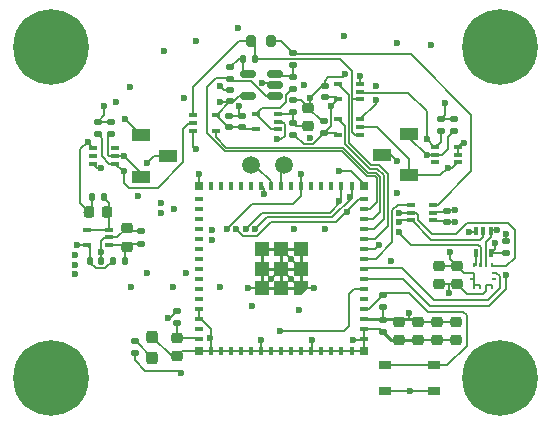
<source format=gtl>
G04 #@! TF.GenerationSoftware,KiCad,Pcbnew,8.0.7*
G04 #@! TF.CreationDate,2025-04-02T23:58:34+11:00*
G04 #@! TF.ProjectId,Ganglion_01,47616e67-6c69-46f6-9e5f-30312e6b6963,01*
G04 #@! TF.SameCoordinates,Original*
G04 #@! TF.FileFunction,Copper,L1,Top*
G04 #@! TF.FilePolarity,Positive*
%FSLAX46Y46*%
G04 Gerber Fmt 4.6, Leading zero omitted, Abs format (unit mm)*
G04 Created by KiCad (PCBNEW 8.0.7) date 2025-04-02 23:58:34*
%MOMM*%
%LPD*%
G01*
G04 APERTURE LIST*
G04 Aperture macros list*
%AMRoundRect*
0 Rectangle with rounded corners*
0 $1 Rounding radius*
0 $2 $3 $4 $5 $6 $7 $8 $9 X,Y pos of 4 corners*
0 Add a 4 corners polygon primitive as box body*
4,1,4,$2,$3,$4,$5,$6,$7,$8,$9,$2,$3,0*
0 Add four circle primitives for the rounded corners*
1,1,$1+$1,$2,$3*
1,1,$1+$1,$4,$5*
1,1,$1+$1,$6,$7*
1,1,$1+$1,$8,$9*
0 Add four rect primitives between the rounded corners*
20,1,$1+$1,$2,$3,$4,$5,0*
20,1,$1+$1,$4,$5,$6,$7,0*
20,1,$1+$1,$6,$7,$8,$9,0*
20,1,$1+$1,$8,$9,$2,$3,0*%
%AMFreePoly0*
4,1,6,0.600000,-0.600000,-0.600000,-0.600000,-0.600000,0.000000,0.000000,0.600000,0.600000,0.600000,0.600000,-0.600000,0.600000,-0.600000,$1*%
G04 Aperture macros list end*
G04 #@! TA.AperFunction,SMDPad,CuDef*
%ADD10RoundRect,0.225000X-0.250000X0.225000X-0.250000X-0.225000X0.250000X-0.225000X0.250000X0.225000X0*%
G04 #@! TD*
G04 #@! TA.AperFunction,SMDPad,CuDef*
%ADD11RoundRect,0.225000X0.250000X-0.225000X0.250000X0.225000X-0.250000X0.225000X-0.250000X-0.225000X0*%
G04 #@! TD*
G04 #@! TA.AperFunction,SMDPad,CuDef*
%ADD12RoundRect,0.140000X0.170000X-0.140000X0.170000X0.140000X-0.170000X0.140000X-0.170000X-0.140000X0*%
G04 #@! TD*
G04 #@! TA.AperFunction,SMDPad,CuDef*
%ADD13RoundRect,0.140000X-0.170000X0.140000X-0.170000X-0.140000X0.170000X-0.140000X0.170000X0.140000X0*%
G04 #@! TD*
G04 #@! TA.AperFunction,SMDPad,CuDef*
%ADD14RoundRect,0.135000X0.185000X-0.135000X0.185000X0.135000X-0.185000X0.135000X-0.185000X-0.135000X0*%
G04 #@! TD*
G04 #@! TA.AperFunction,SMDPad,CuDef*
%ADD15RoundRect,0.135000X-0.185000X0.135000X-0.185000X-0.135000X0.185000X-0.135000X0.185000X0.135000X0*%
G04 #@! TD*
G04 #@! TA.AperFunction,SMDPad,CuDef*
%ADD16RoundRect,0.135000X-0.135000X-0.185000X0.135000X-0.185000X0.135000X0.185000X-0.135000X0.185000X0*%
G04 #@! TD*
G04 #@! TA.AperFunction,SMDPad,CuDef*
%ADD17RoundRect,0.200000X0.200000X0.275000X-0.200000X0.275000X-0.200000X-0.275000X0.200000X-0.275000X0*%
G04 #@! TD*
G04 #@! TA.AperFunction,SMDPad,CuDef*
%ADD18R,1.600000X1.000000*%
G04 #@! TD*
G04 #@! TA.AperFunction,SMDPad,CuDef*
%ADD19R,0.650000X0.400000*%
G04 #@! TD*
G04 #@! TA.AperFunction,SMDPad,CuDef*
%ADD20RoundRect,0.150000X0.512500X0.150000X-0.512500X0.150000X-0.512500X-0.150000X0.512500X-0.150000X0*%
G04 #@! TD*
G04 #@! TA.AperFunction,SMDPad,CuDef*
%ADD21R,0.400000X0.650000*%
G04 #@! TD*
G04 #@! TA.AperFunction,SMDPad,CuDef*
%ADD22R,1.050000X0.650000*%
G04 #@! TD*
G04 #@! TA.AperFunction,SMDPad,CuDef*
%ADD23R,0.250000X0.400000*%
G04 #@! TD*
G04 #@! TA.AperFunction,SMDPad,CuDef*
%ADD24R,0.400000X0.250000*%
G04 #@! TD*
G04 #@! TA.AperFunction,SMDPad,CuDef*
%ADD25RoundRect,0.225000X0.225000X0.250000X-0.225000X0.250000X-0.225000X-0.250000X0.225000X-0.250000X0*%
G04 #@! TD*
G04 #@! TA.AperFunction,SMDPad,CuDef*
%ADD26RoundRect,0.237500X-0.237500X0.287500X-0.237500X-0.287500X0.237500X-0.287500X0.237500X0.287500X0*%
G04 #@! TD*
G04 #@! TA.AperFunction,ComponentPad*
%ADD27C,6.400000*%
G04 #@! TD*
G04 #@! TA.AperFunction,SMDPad,CuDef*
%ADD28C,1.500000*%
G04 #@! TD*
G04 #@! TA.AperFunction,SMDPad,CuDef*
%ADD29RoundRect,0.140000X0.140000X0.170000X-0.140000X0.170000X-0.140000X-0.170000X0.140000X-0.170000X0*%
G04 #@! TD*
G04 #@! TA.AperFunction,SMDPad,CuDef*
%ADD30R,0.800000X0.400000*%
G04 #@! TD*
G04 #@! TA.AperFunction,SMDPad,CuDef*
%ADD31R,0.400000X0.800000*%
G04 #@! TD*
G04 #@! TA.AperFunction,SMDPad,CuDef*
%ADD32FreePoly0,180.000000*%
G04 #@! TD*
G04 #@! TA.AperFunction,SMDPad,CuDef*
%ADD33R,1.200000X1.200000*%
G04 #@! TD*
G04 #@! TA.AperFunction,SMDPad,CuDef*
%ADD34R,0.800000X0.800000*%
G04 #@! TD*
G04 #@! TA.AperFunction,ViaPad*
%ADD35C,0.600000*%
G04 #@! TD*
G04 #@! TA.AperFunction,Conductor*
%ADD36C,0.177800*%
G04 #@! TD*
G04 #@! TA.AperFunction,Conductor*
%ADD37C,0.150000*%
G04 #@! TD*
G04 #@! TA.AperFunction,Conductor*
%ADD38C,0.250000*%
G04 #@! TD*
G04 #@! TA.AperFunction,Conductor*
%ADD39C,0.200000*%
G04 #@! TD*
G04 APERTURE END LIST*
D10*
X137800000Y-56725000D03*
X137800000Y-58275000D03*
X136200000Y-56725000D03*
X136200000Y-58275000D03*
D11*
X134600000Y-58275000D03*
X134600000Y-56725000D03*
X133000000Y-58275000D03*
X133000000Y-56725000D03*
D12*
X131600000Y-57580000D03*
X131600000Y-56620000D03*
D13*
X119700000Y-39320000D03*
X119700000Y-40280000D03*
X118700000Y-37120000D03*
X118700000Y-38080000D03*
X142000000Y-49920000D03*
X142000000Y-50880000D03*
D11*
X125300000Y-40175000D03*
X125300000Y-38625000D03*
X137898600Y-53575000D03*
X137898600Y-52025000D03*
X136400000Y-53575000D03*
X136400000Y-52025000D03*
D14*
X136500000Y-40610000D03*
X136500000Y-39590000D03*
D15*
X137600000Y-39600000D03*
X137600000Y-40620000D03*
D14*
X107500000Y-40810000D03*
X107500000Y-39790000D03*
D15*
X108600000Y-39790000D03*
X108600000Y-40810000D03*
D16*
X119790000Y-34500000D03*
X120810000Y-34500000D03*
D14*
X124000000Y-35010000D03*
X124000000Y-33990000D03*
D17*
X122125000Y-32977500D03*
X120475000Y-32977500D03*
D18*
X133850000Y-44350000D03*
X131550000Y-42600000D03*
X133850000Y-40850000D03*
X111150000Y-40950000D03*
X113450000Y-42700000D03*
X111150000Y-44450000D03*
D19*
X133950000Y-46850000D03*
X133950000Y-47500000D03*
X133950000Y-48150000D03*
X135850000Y-48150000D03*
X135850000Y-47500000D03*
X135850000Y-46850000D03*
D20*
X122437500Y-37650000D03*
X122437500Y-36700000D03*
X122437500Y-35750000D03*
X120162500Y-35750000D03*
X120162500Y-37650000D03*
D21*
X140750000Y-49050000D03*
X140100000Y-49050000D03*
X139450000Y-49050000D03*
X139450000Y-50950000D03*
X140750000Y-50950000D03*
D22*
X135975000Y-62575000D03*
X131825000Y-62575000D03*
X135975000Y-60425000D03*
X131825000Y-60425000D03*
D23*
X140850000Y-51912500D03*
X140350000Y-51912500D03*
X139850000Y-51912500D03*
X139350000Y-51912500D03*
D24*
X139175000Y-52587500D03*
X139175000Y-53087500D03*
D23*
X139350000Y-53762500D03*
X139850000Y-53762500D03*
X140350000Y-53762500D03*
X140850000Y-53762500D03*
D24*
X141025000Y-53087500D03*
X141025000Y-52587500D03*
D19*
X122750000Y-40450000D03*
X122750000Y-39800000D03*
X122750000Y-39150000D03*
X120850000Y-39150000D03*
X120850000Y-40450000D03*
D14*
X118700000Y-36210000D03*
X118700000Y-35190000D03*
D11*
X109902800Y-50375000D03*
X109902800Y-48825000D03*
D19*
X108452800Y-50250000D03*
X108452800Y-49600000D03*
X108452800Y-48950000D03*
X106552800Y-48950000D03*
X106552800Y-50250000D03*
X137950000Y-43250000D03*
X137950000Y-42600000D03*
X137950000Y-41950000D03*
X136050000Y-41950000D03*
X136050000Y-42600000D03*
X136050000Y-43250000D03*
X107050000Y-42050000D03*
X107050000Y-42700000D03*
X107050000Y-43350000D03*
X108950000Y-43350000D03*
X108950000Y-42700000D03*
X108950000Y-42050000D03*
X115550000Y-39250000D03*
X115550000Y-39900000D03*
X115550000Y-40550000D03*
X117450000Y-40550000D03*
X117450000Y-39250000D03*
X129700000Y-37900000D03*
X129700000Y-37250000D03*
X129700000Y-36600000D03*
X127800000Y-36600000D03*
X127800000Y-37900000D03*
X129700000Y-40900000D03*
X129700000Y-40250000D03*
X129700000Y-39600000D03*
X127800000Y-39600000D03*
X127800000Y-40900000D03*
D25*
X108275000Y-47400000D03*
X106725000Y-47400000D03*
D13*
X118600000Y-39320000D03*
X118600000Y-40280000D03*
D14*
X131600000Y-55510000D03*
X131600000Y-54490000D03*
D26*
X112100000Y-58025000D03*
X112100000Y-59775000D03*
D14*
X111102800Y-50110000D03*
X111102800Y-49090000D03*
D27*
X141500000Y-33500000D03*
D11*
X114200000Y-59675000D03*
X114200000Y-58125000D03*
D14*
X110600000Y-59410000D03*
X110600000Y-58390000D03*
D28*
X123200000Y-43500000D03*
D13*
X126667200Y-36770000D03*
X126667200Y-37730000D03*
X137050000Y-47320000D03*
X137050000Y-48280000D03*
D27*
X141500000Y-61500000D03*
D29*
X107782800Y-51550000D03*
X106822800Y-51550000D03*
D15*
X124000000Y-35990000D03*
X124000000Y-37010000D03*
X114200000Y-55790000D03*
X114200000Y-56810000D03*
D28*
X120400000Y-43500000D03*
D27*
X103500000Y-61500000D03*
D30*
X130000000Y-58200000D03*
X130000000Y-57350000D03*
X130000000Y-56500000D03*
X130000000Y-55650000D03*
X130000000Y-54800000D03*
X130000000Y-53950000D03*
X130000000Y-53100000D03*
X130000000Y-52250000D03*
X130000000Y-51400000D03*
X130000000Y-50550000D03*
X130000000Y-49700000D03*
X130000000Y-48850000D03*
X130000000Y-48000000D03*
X130000000Y-47150000D03*
X130000000Y-46300000D03*
D31*
X128950000Y-45250000D03*
X128100000Y-45250000D03*
X127250000Y-45250000D03*
X126400000Y-45250000D03*
X125550000Y-45250000D03*
X124700000Y-45250000D03*
X123850000Y-45250000D03*
X123000000Y-45250000D03*
X122150000Y-45250000D03*
X121300000Y-45250000D03*
X120450000Y-45250000D03*
X119600000Y-45250000D03*
X118750000Y-45250000D03*
X117900000Y-45250000D03*
X117050000Y-45250000D03*
D30*
X116000000Y-46300000D03*
X116000000Y-47150000D03*
X116000000Y-48000000D03*
X116000000Y-48850000D03*
X116000000Y-49700000D03*
X116000000Y-50550000D03*
X116000000Y-51400000D03*
X116000000Y-52250000D03*
X116000000Y-53100000D03*
X116000000Y-53950000D03*
X116000000Y-54800000D03*
X116000000Y-55650000D03*
X116000000Y-56500000D03*
X116000000Y-57350000D03*
X116000000Y-58200000D03*
D31*
X117050000Y-59250000D03*
X117900000Y-59250000D03*
X118750000Y-59250000D03*
X119600000Y-59250000D03*
X120450000Y-59250000D03*
X121300000Y-59250000D03*
X122150000Y-59250000D03*
X123000000Y-59250000D03*
X123850000Y-59250000D03*
X124700000Y-59250000D03*
X125550000Y-59250000D03*
X126400000Y-59250000D03*
X127250000Y-59250000D03*
X128100000Y-59250000D03*
X128950000Y-59250000D03*
D32*
X124650000Y-53900000D03*
D33*
X124650000Y-52250000D03*
X124650000Y-50600000D03*
X123000000Y-53900000D03*
X123000000Y-52250000D03*
X123000000Y-50600000D03*
X121350000Y-53900000D03*
X121350000Y-52250000D03*
X121350000Y-50600000D03*
D34*
X130000000Y-59250000D03*
X130000000Y-45250000D03*
X116000000Y-45250000D03*
X116000000Y-59250000D03*
D14*
X124000000Y-40910000D03*
X124000000Y-39890000D03*
D16*
X106990000Y-46200000D03*
X108010000Y-46200000D03*
D13*
X126656953Y-39770000D03*
X126656953Y-40730000D03*
D27*
X103500000Y-33500000D03*
D14*
X124010000Y-39000000D03*
X124010000Y-37980000D03*
D16*
X108742800Y-51550000D03*
X109762800Y-51550000D03*
D35*
X127200000Y-38500000D03*
X112800000Y-47500000D03*
X117800000Y-38100000D03*
X131042051Y-36763366D03*
X110229122Y-36870878D03*
X115800000Y-33000000D03*
X112800000Y-46700000D03*
X105700000Y-50200000D03*
X128300000Y-32500000D03*
X109000000Y-38100000D03*
X105500000Y-52700000D03*
X137300000Y-50800000D03*
X119400000Y-38500000D03*
X123825886Y-53073177D03*
X132778768Y-33121232D03*
X110900000Y-46100000D03*
X105500000Y-51100000D03*
X125400000Y-41175000D03*
X138500000Y-41600000D03*
X137700000Y-47300000D03*
X135700000Y-33300000D03*
X122175597Y-53075701D03*
X114800000Y-37800000D03*
X120500000Y-55400000D03*
X111600000Y-52600000D03*
X116000000Y-44200000D03*
X107700000Y-50800000D03*
X138900000Y-49100000D03*
X133900000Y-62600000D03*
X117000000Y-58100000D03*
X124500000Y-55700000D03*
X113100000Y-33800000D03*
X125800000Y-53900000D03*
X119300000Y-31900000D03*
X120200000Y-53900000D03*
X115800000Y-42100000D03*
X129100000Y-58300000D03*
X128430584Y-35762824D03*
X124900000Y-36700000D03*
X121400000Y-36500000D03*
X107700000Y-43700000D03*
X113900000Y-47200000D03*
X125400000Y-37800000D03*
X125600000Y-58300000D03*
X126700000Y-48900000D03*
X122600000Y-41300000D03*
X131000000Y-38000000D03*
X121300000Y-58300000D03*
X105500000Y-51900000D03*
X123825278Y-51426495D03*
X142000000Y-49300000D03*
X117822268Y-36749543D03*
X114900000Y-52600000D03*
X129700000Y-35900000D03*
X124100000Y-48900000D03*
X127900000Y-44000000D03*
X132800000Y-45800000D03*
X135300000Y-41300000D03*
X109700000Y-44000000D03*
X137100000Y-43700000D03*
X109800000Y-39600000D03*
X133000000Y-49100000D03*
X127900000Y-46500000D03*
X120000000Y-48900000D03*
X133000000Y-47500000D03*
X120800000Y-48900000D03*
X128800000Y-46200000D03*
X119200000Y-48900000D03*
X133000000Y-48300000D03*
X128600000Y-47400000D03*
X118449997Y-48900000D03*
X124700000Y-44200000D03*
X121500000Y-45915034D03*
X142014806Y-52797039D03*
X141300000Y-49000000D03*
X131300000Y-50200000D03*
X108024500Y-38500000D03*
X136900000Y-38200000D03*
X117800000Y-53800000D03*
X110300000Y-53800000D03*
X113800000Y-53800000D03*
X109700000Y-42700000D03*
X135300000Y-42600000D03*
X106600000Y-41500000D03*
X141100000Y-50100000D03*
X137200000Y-54300000D03*
X117100000Y-49000000D03*
X113400000Y-56400000D03*
X117100000Y-49800000D03*
X137700000Y-48300000D03*
X133800000Y-56000000D03*
X132300000Y-51600000D03*
X132800000Y-43100000D03*
X111600000Y-43300000D03*
X122900000Y-57500000D03*
X114500000Y-61100000D03*
D36*
X134600000Y-56725000D02*
X137800000Y-56725000D01*
X134600000Y-58275000D02*
X137800000Y-58275000D01*
D37*
X131600000Y-54490000D02*
X131790000Y-54300000D01*
X131790000Y-54300000D02*
X133800000Y-54300000D01*
X133800000Y-54300000D02*
X135400000Y-55900000D01*
X138400000Y-55900000D02*
X138700000Y-56200000D01*
X137075000Y-60425000D02*
X135975000Y-60425000D01*
X135400000Y-55900000D02*
X138400000Y-55900000D01*
X138700000Y-56200000D02*
X138700000Y-58800000D01*
X138700000Y-58800000D02*
X137075000Y-60425000D01*
X126667200Y-37730000D02*
X127630000Y-37730000D01*
X127200000Y-40186953D02*
X126656953Y-40730000D01*
X108742800Y-51550000D02*
X108092800Y-52200000D01*
X119870000Y-40450000D02*
X120850000Y-40450000D01*
X124900000Y-41700000D02*
X125686953Y-41700000D01*
X106822800Y-50520000D02*
X106552800Y-50250000D01*
X127200000Y-38500000D02*
X127200000Y-40186953D01*
X125686953Y-41700000D02*
X126656953Y-40730000D01*
X118600000Y-40280000D02*
X119700000Y-40280000D01*
X106822800Y-51720000D02*
X106822800Y-51550000D01*
X118680000Y-38100000D02*
X118700000Y-38080000D01*
X126656953Y-40730000D02*
X127630000Y-40730000D01*
X124000000Y-40910000D02*
X124110000Y-40910000D01*
X106822800Y-51550000D02*
X106822800Y-50520000D01*
X117450000Y-39250000D02*
X117530000Y-39250000D01*
X118600000Y-40280000D02*
X118480000Y-40280000D01*
X120162500Y-37650000D02*
X119450000Y-37650000D01*
X105700000Y-50200000D02*
X106502800Y-50200000D01*
X107302800Y-52200000D02*
X106822800Y-51720000D01*
X127200000Y-38500000D02*
X127800000Y-37900000D01*
X124110000Y-40910000D02*
X124900000Y-41700000D01*
X118480000Y-40280000D02*
X117450000Y-39250000D01*
X117530000Y-39250000D02*
X118700000Y-38080000D01*
X119700000Y-40280000D02*
X119870000Y-40450000D01*
X106502800Y-50200000D02*
X106552800Y-50250000D01*
X117800000Y-38100000D02*
X118680000Y-38100000D01*
X127630000Y-37730000D02*
X127800000Y-37900000D01*
X127630000Y-40730000D02*
X127800000Y-40900000D01*
X108092800Y-52200000D02*
X107302800Y-52200000D01*
X119450000Y-37650000D02*
X119020000Y-38080000D01*
X119020000Y-38080000D02*
X118700000Y-38080000D01*
X129900000Y-58300000D02*
X130000000Y-58200000D01*
X115550000Y-41950000D02*
X115600000Y-42000000D01*
D36*
X137300000Y-51426400D02*
X137898600Y-52025000D01*
D37*
X128193408Y-36000000D02*
X127000000Y-36000000D01*
D36*
X107782800Y-49917200D02*
X108100000Y-49600000D01*
D37*
X122175597Y-53074403D02*
X123000000Y-52250000D01*
D38*
X121350000Y-50600000D02*
X124650000Y-50600000D01*
X123000000Y-50600000D02*
X123000000Y-53900000D01*
D37*
X122600000Y-41300000D02*
X123000000Y-41300000D01*
X116200000Y-56500000D02*
X116000000Y-56500000D01*
D38*
X124650000Y-50600000D02*
X124650000Y-53900000D01*
D37*
X115700000Y-42100000D02*
X115800000Y-42100000D01*
X121350000Y-53900000D02*
X120200000Y-53900000D01*
X119400000Y-38500000D02*
X119400000Y-39020000D01*
X123825278Y-51426495D02*
X123826495Y-51426495D01*
X125600000Y-59200000D02*
X125550000Y-59250000D01*
D36*
X111102800Y-49090000D02*
X110167800Y-49090000D01*
D37*
X121400000Y-36500000D02*
X122237500Y-36500000D01*
X125600000Y-58300000D02*
X125600000Y-59200000D01*
X139300000Y-52587500D02*
X139300000Y-53087500D01*
X139300000Y-53587500D02*
X139350000Y-53637500D01*
X138500000Y-41600000D02*
X138300000Y-41600000D01*
X119400000Y-39020000D02*
X119700000Y-39320000D01*
X123825278Y-51426495D02*
X123825278Y-51425278D01*
X123826495Y-51426495D02*
X124650000Y-52250000D01*
X116000000Y-55650000D02*
X116000000Y-56500000D01*
D38*
X121350000Y-53900000D02*
X124650000Y-53900000D01*
D37*
X139400000Y-49100000D02*
X139450000Y-49050000D01*
X123002709Y-52250000D02*
X123825886Y-53073177D01*
X122175597Y-53075701D02*
X122174299Y-53075701D01*
X130000000Y-45100000D02*
X130000000Y-45250000D01*
X129100000Y-58300000D02*
X129900000Y-58300000D01*
D36*
X131370000Y-57350000D02*
X131600000Y-57580000D01*
D37*
X137898600Y-52025000D02*
X136400000Y-52025000D01*
X123100000Y-39800000D02*
X122750000Y-39800000D01*
D36*
X116000000Y-59250000D02*
X114625000Y-59250000D01*
D37*
X115550000Y-40550000D02*
X115550000Y-41950000D01*
D36*
X130000000Y-59250000D02*
X130000000Y-57350000D01*
X131825000Y-62575000D02*
X135975000Y-62575000D01*
D37*
X128430584Y-35762824D02*
X128193408Y-36000000D01*
X138300000Y-41600000D02*
X137950000Y-41950000D01*
X127000000Y-36000000D02*
X126667200Y-36332800D01*
X123825278Y-51425278D02*
X123000000Y-50600000D01*
X116000000Y-44200000D02*
X116000000Y-45250000D01*
X122175597Y-53075701D02*
X122175597Y-53074403D01*
X128900000Y-44000000D02*
X130000000Y-45100000D01*
D36*
X135950000Y-47400000D02*
X135850000Y-47500000D01*
D37*
X126667200Y-36332800D02*
X126667200Y-36770000D01*
X122174299Y-53075701D02*
X121350000Y-53900000D01*
X137950000Y-42600000D02*
X137950000Y-41950000D01*
D38*
X121350000Y-52250000D02*
X124650000Y-52250000D01*
D36*
X109127800Y-49600000D02*
X109902800Y-48825000D01*
D37*
X129700000Y-35900000D02*
X129700000Y-36600000D01*
D36*
X137300000Y-50800000D02*
X137300000Y-51426400D01*
D37*
X118530000Y-39250000D02*
X118600000Y-39320000D01*
X123825886Y-53075886D02*
X124650000Y-53900000D01*
D36*
X130000000Y-59250000D02*
X116000000Y-59250000D01*
D37*
X126656953Y-39770000D02*
X126445000Y-39770000D01*
X123000000Y-41300000D02*
X123300000Y-41000000D01*
X127900000Y-44000000D02*
X128900000Y-44000000D01*
X125400000Y-37800000D02*
X125400000Y-38525000D01*
X125400000Y-38525000D02*
X125300000Y-38625000D01*
D36*
X114625000Y-59250000D02*
X114200000Y-59675000D01*
D37*
X123825886Y-53073177D02*
X123825886Y-53075886D01*
D38*
X121350000Y-52250000D02*
X121350000Y-50600000D01*
X134600000Y-58275000D02*
X133000000Y-58275000D01*
D36*
X112100000Y-58025000D02*
X113750000Y-59675000D01*
X107400000Y-43700000D02*
X107050000Y-43350000D01*
X107782800Y-51550000D02*
X107782800Y-49917200D01*
D37*
X126445000Y-39770000D02*
X125300000Y-38625000D01*
X118600000Y-39320000D02*
X119700000Y-39320000D01*
X124010000Y-37980000D02*
X124655000Y-37980000D01*
X124650000Y-53900000D02*
X125800000Y-53900000D01*
X122237500Y-36500000D02*
X122437500Y-36700000D01*
X124655000Y-37980000D02*
X125300000Y-38625000D01*
X137070000Y-47300000D02*
X137050000Y-47320000D01*
X115600000Y-42000000D02*
X115700000Y-42100000D01*
X117050000Y-57350000D02*
X116200000Y-56500000D01*
X121300000Y-58300000D02*
X121300000Y-59250000D01*
X126667200Y-36770000D02*
X126430000Y-36770000D01*
X138900000Y-49100000D02*
X139400000Y-49100000D01*
X131000000Y-38300000D02*
X131000000Y-38000000D01*
X118192725Y-37120000D02*
X118700000Y-37120000D01*
D38*
X132295000Y-58275000D02*
X131600000Y-57580000D01*
D37*
X126430000Y-36770000D02*
X125400000Y-37800000D01*
D36*
X130000000Y-57350000D02*
X131370000Y-57350000D01*
D38*
X133000000Y-58275000D02*
X132295000Y-58275000D01*
D36*
X136970000Y-47400000D02*
X135950000Y-47400000D01*
D37*
X137700000Y-47300000D02*
X137070000Y-47300000D01*
X129700000Y-39600000D02*
X131000000Y-38300000D01*
X123300000Y-41000000D02*
X123300000Y-40000000D01*
D36*
X108100000Y-49600000D02*
X108452800Y-49600000D01*
D37*
X139300000Y-52587500D02*
X138461100Y-52587500D01*
X123000000Y-52250000D02*
X123002709Y-52250000D01*
X136075000Y-62575000D02*
X136075000Y-62525000D01*
D36*
X108452800Y-49600000D02*
X109127800Y-49600000D01*
X107700000Y-43700000D02*
X107400000Y-43700000D01*
X113750000Y-59675000D02*
X114200000Y-59675000D01*
D37*
X142000000Y-49300000D02*
X142000000Y-49920000D01*
X139850000Y-53637500D02*
X139350000Y-53637500D01*
X117050000Y-59250000D02*
X117050000Y-57350000D01*
D36*
X110167800Y-49090000D02*
X109902800Y-48825000D01*
D37*
X138461100Y-52587500D02*
X137898600Y-52025000D01*
X123300000Y-40000000D02*
X123100000Y-39800000D01*
D38*
X121350000Y-52250000D02*
X121350000Y-53900000D01*
D37*
X139300000Y-53087500D02*
X139300000Y-53587500D01*
X117822268Y-36749543D02*
X118192725Y-37120000D01*
X135300000Y-38900000D02*
X135300000Y-41300000D01*
X129774907Y-37324907D02*
X133724907Y-37324907D01*
X133724907Y-37324907D02*
X135300000Y-38900000D01*
D39*
X136050000Y-41950000D02*
X136500000Y-41500000D01*
D37*
X129700000Y-37250000D02*
X129774907Y-37324907D01*
D39*
X136500000Y-41500000D02*
X136500000Y-40610000D01*
X135950000Y-41950000D02*
X136050000Y-41950000D01*
X135300000Y-41300000D02*
X135950000Y-41950000D01*
X107800000Y-42725000D02*
X107800000Y-41210000D01*
X114700000Y-43250000D02*
X112550000Y-45400000D01*
X108425000Y-43350000D02*
X107800000Y-42725000D01*
X108950000Y-43350000D02*
X108425000Y-43350000D01*
X112550000Y-45400000D02*
X110100000Y-45400000D01*
X114700000Y-40375000D02*
X114700000Y-43250000D01*
X115175000Y-39900000D02*
X114700000Y-40375000D01*
X109700000Y-45000000D02*
X109700000Y-44000000D01*
X115550000Y-39900000D02*
X115175000Y-39900000D01*
X110100000Y-45400000D02*
X109700000Y-45000000D01*
X109600000Y-44000000D02*
X108950000Y-43350000D01*
X109700000Y-44000000D02*
X109600000Y-44000000D01*
X107800000Y-41210000D02*
X107400000Y-40810000D01*
D37*
X129700000Y-40250000D02*
X131150000Y-40250000D01*
X137100000Y-43700000D02*
X136450000Y-44350000D01*
X133850000Y-42950000D02*
X133850000Y-44350000D01*
X109800000Y-39600000D02*
X111150000Y-40950000D01*
X136450000Y-44350000D02*
X133850000Y-44350000D01*
X131150000Y-40250000D02*
X133850000Y-42950000D01*
X137500000Y-43700000D02*
X137950000Y-43250000D01*
X137100000Y-43700000D02*
X137500000Y-43700000D01*
X139850000Y-52037500D02*
X139900000Y-51987500D01*
X120000000Y-48900000D02*
X121400000Y-47500000D01*
X139900000Y-50600000D02*
X139900000Y-50425000D01*
X139500000Y-50200000D02*
X137700000Y-50200000D01*
X121400000Y-47500000D02*
X127100000Y-47500000D01*
X134000000Y-50200000D02*
X133000000Y-49200000D01*
X127100000Y-47500000D02*
X128100000Y-46500000D01*
X139675000Y-50200000D02*
X139500000Y-50200000D01*
X128100000Y-46500000D02*
X128100000Y-45250000D01*
X137700000Y-50200000D02*
X134000000Y-50200000D01*
X139900000Y-51987500D02*
X139900000Y-50600000D01*
X139900000Y-50425000D02*
X139675000Y-50200000D01*
X142062500Y-52037500D02*
X142800000Y-51300000D01*
X140850000Y-52037500D02*
X142062500Y-52037500D01*
X133000000Y-47500000D02*
X133950000Y-47500000D01*
X137800000Y-49300000D02*
X135800000Y-49300000D01*
X121800000Y-47900000D02*
X127300000Y-47900000D01*
X128950000Y-46250000D02*
X128950000Y-45250000D01*
X142800000Y-49000000D02*
X142200000Y-48400000D01*
X135800000Y-49300000D02*
X134600000Y-48100000D01*
X142800000Y-51300000D02*
X142800000Y-49000000D01*
X127300000Y-47900000D02*
X128950000Y-46250000D01*
X134600000Y-48100000D02*
X134600000Y-47675000D01*
X120800000Y-48900000D02*
X121800000Y-47900000D01*
X142200000Y-48400000D02*
X138700000Y-48400000D01*
X134425000Y-47500000D02*
X133950000Y-47500000D01*
X138700000Y-48400000D02*
X137800000Y-49300000D01*
X134600000Y-47675000D02*
X134425000Y-47500000D01*
X127600000Y-48300000D02*
X129600000Y-46300000D01*
X140100000Y-49525000D02*
X139825000Y-49800000D01*
X133000000Y-48300000D02*
X133150000Y-48150000D01*
X135700000Y-49800000D02*
X134050000Y-48150000D01*
X140100000Y-49050000D02*
X140100000Y-49525000D01*
X120942463Y-49500000D02*
X122142463Y-48300000D01*
X139825000Y-49800000D02*
X135700000Y-49800000D01*
X119800000Y-49500000D02*
X120942463Y-49500000D01*
X122142463Y-48300000D02*
X127600000Y-48300000D01*
X134050000Y-48150000D02*
X133950000Y-48150000D01*
X129600000Y-46300000D02*
X130000000Y-46300000D01*
X119200000Y-48900000D02*
X119800000Y-49500000D01*
X133150000Y-48150000D02*
X133950000Y-48150000D01*
X124000000Y-39010000D02*
X124010000Y-39000000D01*
X124285000Y-40175000D02*
X124000000Y-39890000D01*
X122850000Y-39150000D02*
X123860000Y-39150000D01*
X125300000Y-40175000D02*
X124285000Y-40175000D01*
X124000000Y-39890000D02*
X124000000Y-39010000D01*
X123860000Y-39150000D02*
X124010000Y-39000000D01*
X124700000Y-44200000D02*
X124700000Y-45250000D01*
X124000000Y-46800000D02*
X124700000Y-46100000D01*
X118449997Y-48900000D02*
X120549997Y-46800000D01*
X120549997Y-46800000D02*
X124000000Y-46800000D01*
X124700000Y-46100000D02*
X124700000Y-45250000D01*
X109762800Y-50515000D02*
X109902800Y-50375000D01*
X108452800Y-50250000D02*
X109777800Y-50250000D01*
X111102800Y-50110000D02*
X110167800Y-50110000D01*
X110167800Y-50110000D02*
X109902800Y-50375000D01*
X109762800Y-51550000D02*
X109762800Y-50515000D01*
X109777800Y-50250000D02*
X109902800Y-50375000D01*
X108452800Y-48950000D02*
X106552800Y-48950000D01*
X108452800Y-46642800D02*
X108010000Y-46200000D01*
X108452800Y-48950000D02*
X108452800Y-46642800D01*
X116700000Y-36900000D02*
X116700000Y-40775000D01*
X130227208Y-44400000D02*
X130900000Y-44400000D01*
X131100000Y-44600000D02*
X131100000Y-46600000D01*
X118225000Y-42300000D02*
X128127208Y-42300000D01*
X122437500Y-37650000D02*
X121750000Y-37650000D01*
X116700000Y-40775000D02*
X118225000Y-42300000D01*
X118700000Y-36210000D02*
X118590000Y-36100000D01*
X118590000Y-36100000D02*
X117500000Y-36100000D01*
X130900000Y-44400000D02*
X131100000Y-44600000D01*
X118851540Y-36361540D02*
X118700000Y-36210000D01*
X128127208Y-42300000D02*
X130227208Y-44400000D01*
X130550000Y-47150000D02*
X130000000Y-47150000D01*
X120461540Y-36361540D02*
X118851540Y-36361540D01*
X117500000Y-36100000D02*
X116700000Y-36900000D01*
X131100000Y-46600000D02*
X130550000Y-47150000D01*
X121750000Y-37650000D02*
X120461540Y-36361540D01*
X121500000Y-45915034D02*
X121500000Y-45450000D01*
X121500000Y-45450000D02*
X121300000Y-45250000D01*
X140300000Y-49975000D02*
X140750000Y-49525000D01*
D36*
X141300000Y-49000000D02*
X140800000Y-49000000D01*
D37*
X140750000Y-49525000D02*
X140750000Y-49050000D01*
D36*
X140800000Y-49000000D02*
X140750000Y-49050000D01*
X142000000Y-54000000D02*
X142000000Y-52800000D01*
X130000000Y-53100000D02*
X133300000Y-53100000D01*
X140600000Y-55400000D02*
X142000000Y-54000000D01*
D37*
X140350000Y-52037500D02*
X140300000Y-51987500D01*
D36*
X135600000Y-55400000D02*
X140600000Y-55400000D01*
D37*
X140300000Y-51987500D02*
X140300000Y-49975000D01*
D36*
X133300000Y-53100000D02*
X135600000Y-55400000D01*
D37*
X133950000Y-46850000D02*
X132850000Y-46850000D01*
X132400000Y-50000000D02*
X131000000Y-51400000D01*
X132400000Y-47300000D02*
X132400000Y-50000000D01*
X132850000Y-46850000D02*
X132400000Y-47300000D01*
X131000000Y-51400000D02*
X130000000Y-51400000D01*
X133200000Y-52200000D02*
X130050000Y-52200000D01*
X135900000Y-54900000D02*
X133200000Y-52200000D01*
X130050000Y-52200000D02*
X130000000Y-52250000D01*
X141187500Y-52587500D02*
X141500000Y-52900000D01*
X141500000Y-53887500D02*
X140487500Y-54900000D01*
X140487500Y-54900000D02*
X135900000Y-54900000D01*
X140900000Y-52587500D02*
X141187500Y-52587500D01*
X141500000Y-52900000D02*
X141500000Y-53887500D01*
X118349264Y-42000000D02*
X128251472Y-42000000D01*
X130800000Y-48000000D02*
X130000000Y-48000000D01*
X128251472Y-42000000D02*
X130351472Y-44100000D01*
X131400000Y-47400000D02*
X130800000Y-48000000D01*
X117450000Y-41100736D02*
X118349264Y-42000000D01*
X130351472Y-44100000D02*
X131024264Y-44100000D01*
X131400000Y-44475736D02*
X131400000Y-47400000D01*
X117450000Y-40550000D02*
X117450000Y-41100736D01*
X131024264Y-44100000D02*
X131400000Y-44475736D01*
X131272792Y-43500000D02*
X132000000Y-44227208D01*
X130600000Y-43500000D02*
X131272792Y-43500000D01*
X132000000Y-48600000D02*
X130900000Y-49700000D01*
X132000000Y-44227208D02*
X132000000Y-48600000D01*
X127800000Y-36600000D02*
X128700000Y-37500000D01*
X130900000Y-49700000D02*
X130000000Y-49700000D01*
X128700000Y-37500000D02*
X128700000Y-41600000D01*
X128700000Y-41600000D02*
X130600000Y-43500000D01*
X131700000Y-44351472D02*
X131700000Y-48000000D01*
X131148528Y-43800000D02*
X131700000Y-44351472D01*
X130475736Y-43800000D02*
X131148528Y-43800000D01*
X131700000Y-48000000D02*
X130850000Y-48850000D01*
X128400000Y-41724264D02*
X130475736Y-43800000D01*
X128400000Y-40200000D02*
X128400000Y-41724264D01*
X127800000Y-39600000D02*
X128400000Y-40200000D01*
X130850000Y-48850000D02*
X130000000Y-48850000D01*
X130000000Y-50550000D02*
X130950000Y-50550000D01*
X130950000Y-50550000D02*
X131200000Y-50300000D01*
X136250000Y-46850000D02*
X139100000Y-44000000D01*
X139100000Y-44000000D02*
X139100000Y-39200000D01*
X122987500Y-32977500D02*
X122125000Y-32977500D01*
X135850000Y-46850000D02*
X136250000Y-46850000D01*
X124110000Y-34100000D02*
X124000000Y-33990000D01*
X124000000Y-33990000D02*
X122987500Y-32977500D01*
X139100000Y-39200000D02*
X134000000Y-34100000D01*
X134000000Y-34100000D02*
X124110000Y-34100000D01*
X122437500Y-35750000D02*
X122587500Y-35900000D01*
X124000000Y-35010000D02*
X124000000Y-35990000D01*
X122587500Y-35900000D02*
X123810000Y-35900000D01*
X123810000Y-35900000D02*
X123900000Y-35990000D01*
X119790000Y-35377500D02*
X120162500Y-35750000D01*
X119390000Y-34500000D02*
X119790000Y-34500000D01*
X118700000Y-35190000D02*
X119390000Y-34500000D01*
X119790000Y-34500000D02*
X119790000Y-35377500D01*
X123890000Y-37010000D02*
X124000000Y-37010000D01*
X122150000Y-40450000D02*
X122750000Y-40450000D01*
X120850000Y-39150000D02*
X121400000Y-38600000D01*
X120850000Y-39150000D02*
X122150000Y-40450000D01*
X123400000Y-38100000D02*
X123400000Y-37500000D01*
X123400000Y-37500000D02*
X123890000Y-37010000D01*
X121400000Y-38600000D02*
X122900000Y-38600000D01*
X122900000Y-38600000D02*
X123400000Y-38100000D01*
X136900000Y-39190000D02*
X136500000Y-39590000D01*
X136900000Y-38200000D02*
X136900000Y-39190000D01*
X108024500Y-39265500D02*
X107500000Y-39790000D01*
X107500000Y-39790000D02*
X108600000Y-39790000D01*
X108024500Y-38500000D02*
X108024500Y-39265500D01*
X136500000Y-39590000D02*
X137590000Y-39590000D01*
X137590000Y-39590000D02*
X137600000Y-39600000D01*
X129700000Y-37900000D02*
X129100000Y-37900000D01*
X120810000Y-34500000D02*
X120810000Y-33312500D01*
X119422500Y-32977500D02*
X115550000Y-36850000D01*
X115550000Y-36850000D02*
X115550000Y-39250000D01*
X129100000Y-37900000D02*
X129000000Y-38000000D01*
X129000000Y-40675000D02*
X129225000Y-40900000D01*
X128000000Y-34500000D02*
X129000000Y-35500000D01*
X120810000Y-34500000D02*
X128000000Y-34500000D01*
X120810000Y-33312500D02*
X120475000Y-32977500D01*
X129000000Y-38000000D02*
X129000000Y-38100000D01*
X129225000Y-40900000D02*
X129700000Y-40900000D01*
X129000000Y-38100000D02*
X129000000Y-40675000D01*
X120475000Y-32977500D02*
X119422500Y-32977500D01*
X129000000Y-35500000D02*
X129000000Y-38000000D01*
D39*
X108950000Y-42700000D02*
X108425000Y-42700000D01*
X109700000Y-42700000D02*
X111150000Y-44150000D01*
X108300000Y-42575000D02*
X108300000Y-41010000D01*
X108300000Y-41010000D02*
X108500000Y-40810000D01*
X108425000Y-42700000D02*
X108300000Y-42575000D01*
X111150000Y-44150000D02*
X111150000Y-44450000D01*
X108950000Y-42700000D02*
X109700000Y-42700000D01*
X136575000Y-42600000D02*
X137100000Y-42075000D01*
X136050000Y-42600000D02*
X135300000Y-42600000D01*
X135300000Y-42600000D02*
X133850000Y-41150000D01*
X133850000Y-41150000D02*
X133850000Y-40850000D01*
X136050000Y-42600000D02*
X136575000Y-42600000D01*
X137100000Y-42075000D02*
X137100000Y-41120000D01*
X137100000Y-41120000D02*
X137600000Y-40620000D01*
D37*
X106990000Y-46200000D02*
X106990000Y-47135000D01*
X106725000Y-47400000D02*
X106000000Y-46675000D01*
X106725000Y-47400000D02*
X106300000Y-47400000D01*
X106000000Y-46675000D02*
X106000000Y-42100000D01*
X106000000Y-42100000D02*
X106600000Y-41500000D01*
X106600000Y-41600000D02*
X107050000Y-42050000D01*
X106600000Y-41500000D02*
X106600000Y-41600000D01*
X106990000Y-47135000D02*
X106725000Y-47400000D01*
X139450000Y-50950000D02*
X139450000Y-51937500D01*
X139450000Y-51937500D02*
X139350000Y-52037500D01*
D39*
X122150000Y-45250000D02*
X122150000Y-44850000D01*
X120900000Y-43600000D02*
X120000000Y-43600000D01*
X122150000Y-44850000D02*
X120900000Y-43600000D01*
X123000000Y-45250000D02*
X123000000Y-43610000D01*
X123000000Y-43610000D02*
X123010000Y-43600000D01*
D37*
X131600000Y-54490000D02*
X130440000Y-55650000D01*
D36*
X131925000Y-60425000D02*
X136075000Y-60425000D01*
D37*
X130440000Y-55650000D02*
X130000000Y-55650000D01*
X114200000Y-58125000D02*
X115925000Y-58125000D01*
X114200000Y-56810000D02*
X114200000Y-58125000D01*
X115925000Y-58125000D02*
X116000000Y-58200000D01*
D36*
X137200000Y-54300000D02*
X137200000Y-53575000D01*
D38*
X130000000Y-56500000D02*
X133800000Y-56500000D01*
D37*
X138723600Y-54400000D02*
X137898600Y-53575000D01*
D36*
X113590000Y-56400000D02*
X114200000Y-55790000D01*
D37*
X137898600Y-53575000D02*
X137200000Y-53575000D01*
X141100000Y-50600000D02*
X140750000Y-50950000D01*
X140100000Y-54400000D02*
X138723600Y-54400000D01*
D36*
X135900000Y-48200000D02*
X135850000Y-48150000D01*
D37*
X141100000Y-50100000D02*
X141100000Y-50600000D01*
X140350000Y-53637500D02*
X140350000Y-54150000D01*
X140820000Y-50880000D02*
X140750000Y-50950000D01*
X140350000Y-53637500D02*
X140850000Y-53637500D01*
D36*
X131600000Y-55510000D02*
X131600000Y-56620000D01*
X113400000Y-56400000D02*
X113590000Y-56400000D01*
D38*
X133800000Y-56500000D02*
X134375000Y-56500000D01*
X134375000Y-56500000D02*
X134600000Y-56725000D01*
D37*
X137070000Y-48300000D02*
X137050000Y-48280000D01*
X137700000Y-48300000D02*
X137070000Y-48300000D01*
D36*
X133800000Y-56000000D02*
X133800000Y-56500000D01*
D37*
X140350000Y-54150000D02*
X140100000Y-54400000D01*
D36*
X136970000Y-48200000D02*
X135900000Y-48200000D01*
D37*
X137200000Y-53575000D02*
X136400000Y-53575000D01*
X142000000Y-50880000D02*
X140820000Y-50880000D01*
X132300000Y-42600000D02*
X132800000Y-43100000D01*
X131550000Y-42600000D02*
X132300000Y-42600000D01*
X112200000Y-42700000D02*
X111600000Y-43300000D01*
X113450000Y-42700000D02*
X112200000Y-42700000D01*
X110715000Y-58390000D02*
X112100000Y-59775000D01*
X110600000Y-58390000D02*
X110715000Y-58390000D01*
X128700000Y-57100000D02*
X128300000Y-57500000D01*
X130000000Y-53950000D02*
X129150000Y-53950000D01*
X114500000Y-61100000D02*
X114300000Y-60900000D01*
X128700000Y-56500000D02*
X128700000Y-57100000D01*
X126300000Y-57500000D02*
X122900000Y-57500000D01*
X128700000Y-54400000D02*
X128700000Y-56500000D01*
X110600000Y-60000000D02*
X110600000Y-59410000D01*
X129150000Y-53950000D02*
X128700000Y-54400000D01*
X114300000Y-60900000D02*
X111500000Y-60900000D01*
X111500000Y-60900000D02*
X110600000Y-60000000D01*
X128300000Y-57500000D02*
X126300000Y-57500000D01*
M02*

</source>
